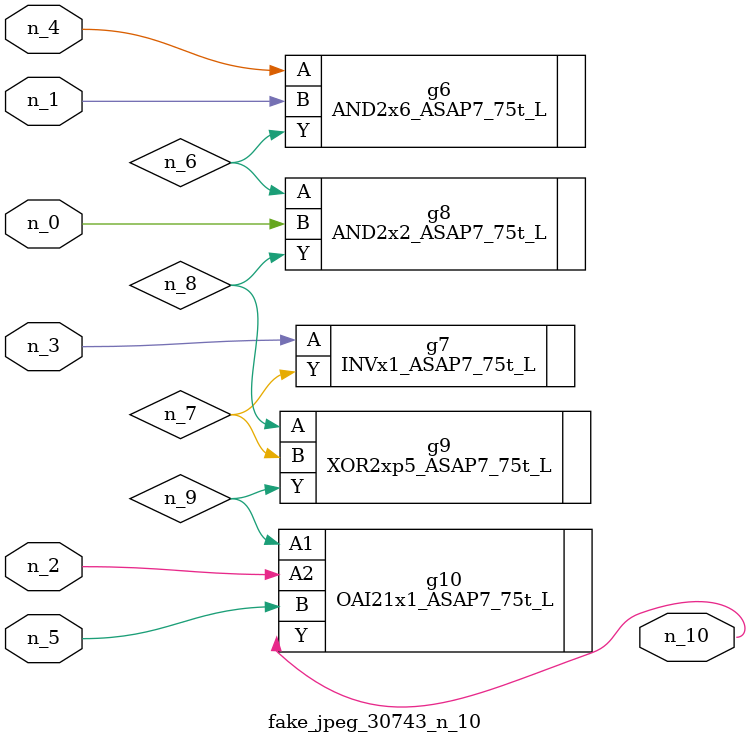
<source format=v>
module fake_jpeg_30743_n_10 (n_3, n_2, n_1, n_0, n_4, n_5, n_10);

input n_3;
input n_2;
input n_1;
input n_0;
input n_4;
input n_5;

output n_10;

wire n_8;
wire n_9;
wire n_6;
wire n_7;

AND2x6_ASAP7_75t_L g6 ( 
.A(n_4),
.B(n_1),
.Y(n_6)
);

INVx1_ASAP7_75t_L g7 ( 
.A(n_3),
.Y(n_7)
);

AND2x2_ASAP7_75t_L g8 ( 
.A(n_6),
.B(n_0),
.Y(n_8)
);

XOR2xp5_ASAP7_75t_L g9 ( 
.A(n_8),
.B(n_7),
.Y(n_9)
);

OAI21x1_ASAP7_75t_L g10 ( 
.A1(n_9),
.A2(n_2),
.B(n_5),
.Y(n_10)
);


endmodule
</source>
